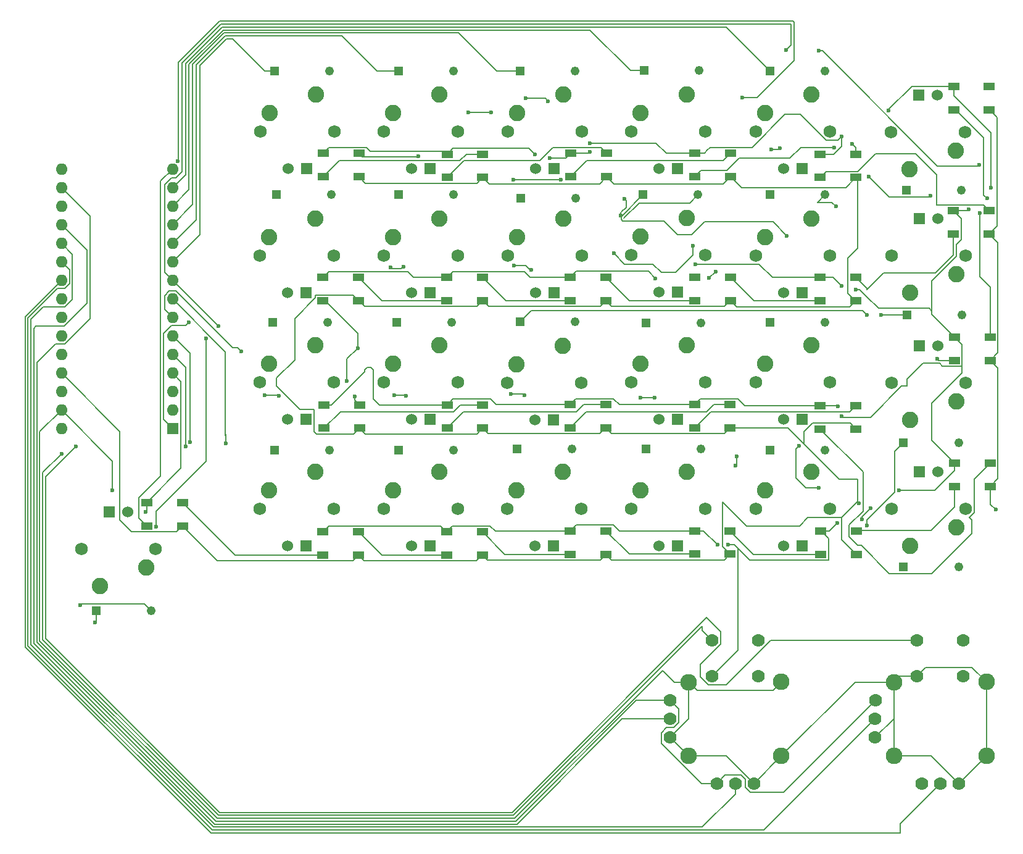
<source format=gbr>
%TF.GenerationSoftware,KiCad,Pcbnew,9.0.2*%
%TF.CreationDate,2025-06-30T11:43:15-04:00*%
%TF.ProjectId,PCB,5043422e-6b69-4636-9164-5f7063625858,rev?*%
%TF.SameCoordinates,Original*%
%TF.FileFunction,Copper,L1,Top*%
%TF.FilePolarity,Positive*%
%FSLAX46Y46*%
G04 Gerber Fmt 4.6, Leading zero omitted, Abs format (unit mm)*
G04 Created by KiCad (PCBNEW 9.0.2) date 2025-06-30 11:43:15*
%MOMM*%
%LPD*%
G01*
G04 APERTURE LIST*
%TA.AperFunction,SMDPad,CuDef*%
%ADD10R,1.500000X1.000000*%
%TD*%
%TA.AperFunction,ComponentPad*%
%ADD11C,1.238000*%
%TD*%
%TA.AperFunction,ComponentPad*%
%ADD12R,1.238000X1.238000*%
%TD*%
%TA.AperFunction,ComponentPad*%
%ADD13C,1.778000*%
%TD*%
%TA.AperFunction,ComponentPad*%
%ADD14C,2.286000*%
%TD*%
%TA.AperFunction,ComponentPad*%
%ADD15R,1.600000X1.600000*%
%TD*%
%TA.AperFunction,ComponentPad*%
%ADD16O,1.600000X1.600000*%
%TD*%
%TA.AperFunction,WasherPad*%
%ADD17C,1.750000*%
%TD*%
%TA.AperFunction,ComponentPad*%
%ADD18C,2.250000*%
%TD*%
%TA.AperFunction,ComponentPad*%
%ADD19R,1.524000X1.524000*%
%TD*%
%TA.AperFunction,ComponentPad*%
%ADD20C,1.524000*%
%TD*%
%TA.AperFunction,ViaPad*%
%ADD21C,0.600000*%
%TD*%
%TA.AperFunction,Conductor*%
%ADD22C,0.200000*%
%TD*%
G04 APERTURE END LIST*
D10*
%TO.P,D41,1,VSS*%
%TO.N,GND*%
X131300000Y-66325000D03*
%TO.P,D41,2,DIN*%
%TO.N,Net-(D41-DIN)*%
X131300000Y-69525000D03*
%TO.P,D41,3,VDD*%
%TO.N,+5V*%
X136200000Y-69525000D03*
%TO.P,D41,4,DOUT*%
%TO.N,Net-(D40-DIN)*%
X136200000Y-66325000D03*
%TD*%
D11*
%TO.P,D5,A*%
%TO.N,Net-(D5-PadA)*%
X73768500Y-112000000D03*
D12*
%TO.P,D5,K*%
%TO.N,Row 1*%
X66231500Y-112000000D03*
%TD*%
D11*
%TO.P,D3,A*%
%TO.N,Net-(D3-PadA)*%
X98037000Y-72500000D03*
D12*
%TO.P,D3,K*%
%TO.N,Row 1*%
X90500000Y-72500000D03*
%TD*%
D11*
%TO.P,D1,A*%
%TO.N,Net-(D1-PadA)*%
X98268500Y-38000000D03*
D12*
%TO.P,D1,K*%
%TO.N,Row 1*%
X90731500Y-38000000D03*
%TD*%
D11*
%TO.P,D2,A*%
%TO.N,Net-(D2-PadA)*%
X98537000Y-55000000D03*
D12*
%TO.P,D2,K*%
%TO.N,Row 1*%
X91000000Y-55000000D03*
%TD*%
D11*
%TO.P,D18,A*%
%TO.N,Net-(D18-PadA)*%
X149218500Y-72550000D03*
D12*
%TO.P,D18,K*%
%TO.N,Row 4*%
X141681500Y-72550000D03*
%TD*%
D11*
%TO.P,D14,A*%
%TO.N,Net-(D14-PadA)*%
X131513500Y-89874000D03*
D12*
%TO.P,D14,K*%
%TO.N,Row 3*%
X123976500Y-89874000D03*
%TD*%
D10*
%TO.P,D33,1,VSS*%
%TO.N,GND*%
X165600000Y-83900000D03*
%TO.P,D33,2,DIN*%
%TO.N,Net-(D32-DOUT)*%
X165600000Y-87100000D03*
%TO.P,D33,3,VDD*%
%TO.N,+5V*%
X170500000Y-87100000D03*
%TO.P,D33,4,DOUT*%
%TO.N,Net-(D33-DOUT)*%
X170500000Y-83900000D03*
%TD*%
%TO.P,D31,1,VSS*%
%TO.N,GND*%
X165700000Y-101100000D03*
%TO.P,D31,2,DIN*%
%TO.N,Net-(D30-DOUT)*%
X165700000Y-104300000D03*
%TO.P,D31,3,VDD*%
%TO.N,+5V*%
X170600000Y-104300000D03*
%TO.P,D31,4,DOUT*%
%TO.N,Net-(D31-DOUT)*%
X170600000Y-101100000D03*
%TD*%
D13*
%TO.P,U1,B1A,SEL+*%
%TO.N,SEL1*%
X150755400Y-116066500D03*
%TO.P,U1,B1B*%
%TO.N,N/C*%
X157105400Y-116086300D03*
%TO.P,U1,B2A,SEL-*%
%TO.N,GND*%
X150755400Y-121006500D03*
%TO.P,U1,B2B*%
%TO.N,N/C*%
X157115400Y-121026500D03*
%TO.P,U1,H1,H+*%
%TO.N,+3V3*%
X151405400Y-135756500D03*
%TO.P,U1,H2,H*%
%TO.N,H1*%
X153945400Y-135776500D03*
%TO.P,U1,H3,H-*%
%TO.N,GND*%
X156485400Y-135756500D03*
D14*
%TO.P,U1,S1,SHIELD*%
X147580400Y-121816500D03*
%TO.P,U1,S2,SHIELD*%
X147580400Y-131946500D03*
%TO.P,U1,S3,SHIELD*%
X160280400Y-131961300D03*
%TO.P,U1,S4,SHIELD*%
X160280400Y-121801300D03*
D13*
%TO.P,U1,V1,V+*%
%TO.N,+3V3*%
X145040400Y-124341300D03*
%TO.P,U1,V2,V*%
%TO.N,V1*%
X145025400Y-126866500D03*
%TO.P,U1,V3,V-*%
%TO.N,GND*%
X145025400Y-129406500D03*
%TD*%
D15*
%TO.P,A1,1,D1/TX*%
%TO.N,Column 2*%
X76740000Y-87060000D03*
D16*
%TO.P,A1,2,D0/RX*%
%TO.N,Column 1*%
X76740000Y-84520000D03*
%TO.P,A1,3,~{RESET}*%
%TO.N,unconnected-(A1-~{RESET}-Pad3)*%
X76740000Y-81980000D03*
%TO.P,A1,4,GND*%
%TO.N,GND*%
X76740000Y-79440000D03*
%TO.P,A1,5,D2*%
%TO.N,SEL1*%
X76740000Y-76900000D03*
%TO.P,A1,6,D3*%
%TO.N,SEL2*%
X76740000Y-74360000D03*
%TO.P,A1,7,D4*%
%TO.N,Column 3*%
X76740000Y-71820000D03*
%TO.P,A1,8,D5*%
%TO.N,Column 4*%
X76740000Y-69280000D03*
%TO.P,A1,9,D6*%
%TO.N,Column 5*%
X76740000Y-66740000D03*
%TO.P,A1,10,D7*%
%TO.N,Row 1*%
X76740000Y-64200000D03*
%TO.P,A1,11,D8*%
%TO.N,Row 2*%
X76740000Y-61660000D03*
%TO.P,A1,12,D9*%
%TO.N,Row 3*%
X76740000Y-59120000D03*
%TO.P,A1,13,D10/CS*%
%TO.N,Row 4*%
X76740000Y-56580000D03*
%TO.P,A1,14,D11/COPI*%
%TO.N,Row 5*%
X76740000Y-54040000D03*
%TO.P,A1,15,D12/CIPO*%
%TO.N,ARGB*%
X76740000Y-51500000D03*
%TO.P,A1,16,D13/SCK*%
%TO.N,unconnected-(A1-D13{slash}SCK-Pad16)*%
X61500000Y-51500000D03*
%TO.P,A1,17,3V3*%
%TO.N,+3V3*%
X61500000Y-54040000D03*
%TO.P,A1,18,B0*%
%TO.N,unconnected-(A1-B0-Pad18)*%
X61500000Y-56580000D03*
%TO.P,A1,19,A0*%
%TO.N,V1*%
X61500000Y-59120000D03*
%TO.P,A1,20,A1*%
%TO.N,H1*%
X61500000Y-61660000D03*
%TO.P,A1,21,A2*%
%TO.N,V2*%
X61500000Y-64200000D03*
%TO.P,A1,22,A3*%
%TO.N,H2*%
X61500000Y-66740000D03*
%TO.P,A1,23,SDA/A4*%
%TO.N,unconnected-(A1-SDA{slash}A4-Pad23)*%
X61500000Y-69280000D03*
%TO.P,A1,24,SCL/A5*%
%TO.N,unconnected-(A1-SCL{slash}A5-Pad24)*%
X61500000Y-71820000D03*
%TO.P,A1,25,A6*%
%TO.N,unconnected-(A1-A6-Pad25)*%
X61500000Y-74360000D03*
%TO.P,A1,26,A7*%
%TO.N,unconnected-(A1-A7-Pad26)*%
X61500000Y-76900000D03*
%TO.P,A1,27,VUSB/5V*%
%TO.N,+5V*%
X61500000Y-79440000D03*
%TO.P,A1,28,B1*%
%TO.N,unconnected-(A1-B1-Pad28)*%
X61500000Y-81980000D03*
%TO.P,A1,29,GND*%
%TO.N,GND*%
X61500000Y-84520000D03*
%TO.P,A1,30,VIN*%
%TO.N,unconnected-(A1-VIN-Pad30)*%
X61500000Y-87060000D03*
%TD*%
D10*
%TO.P,D35,1,VSS*%
%TO.N,GND*%
X131275000Y-83750000D03*
%TO.P,D35,2,DIN*%
%TO.N,Net-(D34-DOUT)*%
X131275000Y-86950000D03*
%TO.P,D35,3,VDD*%
%TO.N,+5V*%
X136175000Y-86950000D03*
%TO.P,D35,4,DOUT*%
%TO.N,Net-(D35-DOUT)*%
X136175000Y-83750000D03*
%TD*%
D11*
%TO.P,D4,A*%
%TO.N,Net-(D4-PadA)*%
X98268500Y-90000000D03*
D12*
%TO.P,D4,K*%
%TO.N,Row 1*%
X90731500Y-90000000D03*
%TD*%
D11*
%TO.P,D8,A*%
%TO.N,Net-(D8-PadA)*%
X115000000Y-72500000D03*
D12*
%TO.P,D8,K*%
%TO.N,Row 2*%
X107463000Y-72500000D03*
%TD*%
D11*
%TO.P,D13,A*%
%TO.N,Net-(D13-PadA)*%
X131968500Y-72400000D03*
D12*
%TO.P,D13,K*%
%TO.N,Row 3*%
X124431500Y-72400000D03*
%TD*%
D10*
%TO.P,D34,1,VSS*%
%TO.N,GND*%
X148350000Y-83750000D03*
%TO.P,D34,2,DIN*%
%TO.N,Net-(D33-DOUT)*%
X148350000Y-86950000D03*
%TO.P,D34,3,VDD*%
%TO.N,+5V*%
X153250000Y-86950000D03*
%TO.P,D34,4,DOUT*%
%TO.N,Net-(D34-DOUT)*%
X153250000Y-83750000D03*
%TD*%
%TO.P,D46,1,VSS*%
%TO.N,GND*%
X131400000Y-49325000D03*
%TO.P,D46,2,DIN*%
%TO.N,Net-(D45-DOUT)*%
X131400000Y-52525000D03*
%TO.P,D46,3,VDD*%
%TO.N,+5V*%
X136300000Y-52525000D03*
%TO.P,D46,4,DOUT*%
%TO.N,Net-(D46-DOUT)*%
X136300000Y-49325000D03*
%TD*%
%TO.P,D37,1,VSS*%
%TO.N,GND*%
X97500000Y-83800000D03*
%TO.P,D37,2,DIN*%
%TO.N,Net-(D36-DOUT)*%
X97500000Y-87000000D03*
%TO.P,D37,3,VDD*%
%TO.N,+5V*%
X102400000Y-87000000D03*
%TO.P,D37,4,DOUT*%
%TO.N,Net-(D37-DOUT)*%
X102400000Y-83800000D03*
%TD*%
%TO.P,D40,1,VSS*%
%TO.N,GND*%
X148375000Y-66300000D03*
%TO.P,D40,2,DIN*%
%TO.N,Net-(D40-DIN)*%
X148375000Y-69500000D03*
%TO.P,D40,3,VDD*%
%TO.N,+5V*%
X153275000Y-69500000D03*
%TO.P,D40,4,DOUT*%
%TO.N,Net-(D39-DIN)*%
X153275000Y-66300000D03*
%TD*%
D11*
%TO.P,D10,A*%
%TO.N,Net-(D10-PadA)*%
X115268500Y-38000000D03*
D12*
%TO.P,D10,K*%
%TO.N,Row 2*%
X107731500Y-38000000D03*
%TD*%
D10*
%TO.P,D50,1,VSS*%
%TO.N,GND*%
X183918500Y-40125000D03*
%TO.P,D50,2,DIN*%
%TO.N,Net-(D49-DOUT)*%
X183918500Y-43325000D03*
%TO.P,D50,3,VDD*%
%TO.N,+5V*%
X188818500Y-43325000D03*
%TO.P,D50,4,DOUT*%
%TO.N,unconnected-(D50-DOUT-Pad4)*%
X188818500Y-40125000D03*
%TD*%
D11*
%TO.P,D23,A*%
%TO.N,Net-(D23-PadA)*%
X166268500Y-72500000D03*
D12*
%TO.P,D23,K*%
%TO.N,Row 5*%
X158731500Y-72500000D03*
%TD*%
D10*
%TO.P,D38,1,VSS*%
%TO.N,GND*%
X183875000Y-57175000D03*
%TO.P,D38,2,DIN*%
%TO.N,Net-(D38-DIN)*%
X183875000Y-60375000D03*
%TO.P,D38,3,VDD*%
%TO.N,+5V*%
X188775000Y-60375000D03*
%TO.P,D38,4,DOUT*%
%TO.N,Net-(D38-DOUT)*%
X188775000Y-57175000D03*
%TD*%
%TO.P,D47,1,VSS*%
%TO.N,GND*%
X114400000Y-49425000D03*
%TO.P,D47,2,DIN*%
%TO.N,Net-(D46-DOUT)*%
X114400000Y-52625000D03*
%TO.P,D47,3,VDD*%
%TO.N,+5V*%
X119300000Y-52625000D03*
%TO.P,D47,4,DOUT*%
%TO.N,Net-(D47-DOUT)*%
X119300000Y-49425000D03*
%TD*%
D11*
%TO.P,D19,A*%
%TO.N,Net-(D19-PadA)*%
X149208000Y-89856000D03*
D12*
%TO.P,D19,K*%
%TO.N,Row 4*%
X141671000Y-89856000D03*
%TD*%
D10*
%TO.P,D45,1,VSS*%
%TO.N,GND*%
X148400000Y-49300000D03*
%TO.P,D45,2,DIN*%
%TO.N,Net-(D44-DOUT)*%
X148400000Y-52500000D03*
%TO.P,D45,3,VDD*%
%TO.N,+5V*%
X153300000Y-52500000D03*
%TO.P,D45,4,DOUT*%
%TO.N,Net-(D45-DOUT)*%
X153300000Y-49300000D03*
%TD*%
D11*
%TO.P,D20,A*%
%TO.N,Net-(D20-PadA)*%
X184587000Y-89000000D03*
D12*
%TO.P,D20,K*%
%TO.N,Row 4*%
X177050000Y-89000000D03*
%TD*%
D11*
%TO.P,D21,A*%
%TO.N,Net-(D21-PadA)*%
X184587000Y-106000000D03*
D12*
%TO.P,D21,K*%
%TO.N,Row 5*%
X177050000Y-106000000D03*
%TD*%
D10*
%TO.P,D29,1,VSS*%
%TO.N,GND*%
X131300000Y-101100000D03*
%TO.P,D29,2,DIN*%
%TO.N,Net-(D28-DOUT)*%
X131300000Y-104300000D03*
%TO.P,D29,3,VDD*%
%TO.N,+5V*%
X136200000Y-104300000D03*
%TO.P,D29,4,DOUT*%
%TO.N,Net-(D29-DOUT)*%
X136200000Y-101100000D03*
%TD*%
D11*
%TO.P,D12,A*%
%TO.N,Net-(D12-PadA)*%
X132037250Y-55500000D03*
D12*
%TO.P,D12,K*%
%TO.N,Row 3*%
X124500250Y-55500000D03*
%TD*%
D11*
%TO.P,D24,A*%
%TO.N,Net-(D24-PadA)*%
X166268500Y-55000000D03*
D12*
%TO.P,D24,K*%
%TO.N,Row 5*%
X158731500Y-55000000D03*
%TD*%
D10*
%TO.P,D32,1,VSS*%
%TO.N,GND*%
X184018500Y-91800000D03*
%TO.P,D32,2,DIN*%
%TO.N,Net-(D31-DOUT)*%
X184018500Y-95000000D03*
%TO.P,D32,3,VDD*%
%TO.N,+5V*%
X188918500Y-95000000D03*
%TO.P,D32,4,DOUT*%
%TO.N,Net-(D32-DOUT)*%
X188918500Y-91800000D03*
%TD*%
%TO.P,D26,1,VSS*%
%TO.N,GND*%
X73200000Y-97200000D03*
%TO.P,D26,2,DIN*%
%TO.N,ARGB*%
X73200000Y-100400000D03*
%TO.P,D26,3,VDD*%
%TO.N,+5V*%
X78100000Y-100400000D03*
%TO.P,D26,4,DOUT*%
%TO.N,Net-(D26-DOUT)*%
X78100000Y-97200000D03*
%TD*%
%TO.P,D39,1,VSS*%
%TO.N,GND*%
X165575000Y-66350000D03*
%TO.P,D39,2,DIN*%
%TO.N,Net-(D39-DIN)*%
X165575000Y-69550000D03*
%TO.P,D39,3,VDD*%
%TO.N,+5V*%
X170475000Y-69550000D03*
%TO.P,D39,4,DOUT*%
%TO.N,Net-(D38-DIN)*%
X170475000Y-66350000D03*
%TD*%
%TO.P,D28,1,VSS*%
%TO.N,GND*%
X114350000Y-101200000D03*
%TO.P,D28,2,DIN*%
%TO.N,Net-(D27-DOUT)*%
X114350000Y-104400000D03*
%TO.P,D28,3,VDD*%
%TO.N,+5V*%
X119250000Y-104400000D03*
%TO.P,D28,4,DOUT*%
%TO.N,Net-(D28-DOUT)*%
X119250000Y-101200000D03*
%TD*%
%TO.P,D42,1,VSS*%
%TO.N,GND*%
X114375000Y-66325000D03*
%TO.P,D42,2,DIN*%
%TO.N,Net-(D42-DIN)*%
X114375000Y-69525000D03*
%TO.P,D42,3,VDD*%
%TO.N,+5V*%
X119275000Y-69525000D03*
%TO.P,D42,4,DOUT*%
%TO.N,Net-(D41-DIN)*%
X119275000Y-66325000D03*
%TD*%
%TO.P,D44,1,VSS*%
%TO.N,GND*%
X165600000Y-49425000D03*
%TO.P,D44,2,DIN*%
%TO.N,Net-(D38-DOUT)*%
X165600000Y-52625000D03*
%TO.P,D44,3,VDD*%
%TO.N,+5V*%
X170500000Y-52625000D03*
%TO.P,D44,4,DOUT*%
%TO.N,Net-(D44-DOUT)*%
X170500000Y-49425000D03*
%TD*%
D13*
%TO.P,U2,B1A,SEL+*%
%TO.N,SEL2*%
X178875000Y-116066500D03*
%TO.P,U2,B1B*%
%TO.N,N/C*%
X185225000Y-116086300D03*
%TO.P,U2,B2A,SEL-*%
%TO.N,GND*%
X178875000Y-121006500D03*
%TO.P,U2,B2B*%
%TO.N,N/C*%
X185235000Y-121026500D03*
%TO.P,U2,H1,H+*%
%TO.N,+3V3*%
X179525000Y-135756500D03*
%TO.P,U2,H2,H*%
%TO.N,H2*%
X182065000Y-135776500D03*
%TO.P,U2,H3,H-*%
%TO.N,GND*%
X184605000Y-135756500D03*
D14*
%TO.P,U2,S1,SHIELD*%
X175700000Y-121816500D03*
%TO.P,U2,S2,SHIELD*%
X175700000Y-131946500D03*
%TO.P,U2,S3,SHIELD*%
X188400000Y-131961300D03*
%TO.P,U2,S4,SHIELD*%
X188400000Y-121801300D03*
D13*
%TO.P,U2,V1,V+*%
%TO.N,+3V3*%
X173160000Y-124341300D03*
%TO.P,U2,V2,V*%
%TO.N,V2*%
X173145000Y-126866500D03*
%TO.P,U2,V3,V-*%
%TO.N,GND*%
X173145000Y-129406500D03*
%TD*%
D11*
%TO.P,D11,A*%
%TO.N,Net-(D11-PadA)*%
X132000000Y-38000000D03*
D12*
%TO.P,D11,K*%
%TO.N,Row 3*%
X124463000Y-38000000D03*
%TD*%
D10*
%TO.P,D43,1,VSS*%
%TO.N,GND*%
X97375000Y-66325000D03*
%TO.P,D43,2,DIN*%
%TO.N,Net-(D37-DOUT)*%
X97375000Y-69525000D03*
%TO.P,D43,3,VDD*%
%TO.N,+5V*%
X102275000Y-69525000D03*
%TO.P,D43,4,DOUT*%
%TO.N,Net-(D42-DIN)*%
X102275000Y-66325000D03*
%TD*%
D11*
%TO.P,D15,A*%
%TO.N,Net-(D15-PadA)*%
X185037000Y-71500000D03*
D12*
%TO.P,D15,K*%
%TO.N,Row 3*%
X177500000Y-71500000D03*
%TD*%
D10*
%TO.P,D30,1,VSS*%
%TO.N,GND*%
X148350000Y-101075000D03*
%TO.P,D30,2,DIN*%
%TO.N,Net-(D29-DOUT)*%
X148350000Y-104275000D03*
%TO.P,D30,3,VDD*%
%TO.N,+5V*%
X153250000Y-104275000D03*
%TO.P,D30,4,DOUT*%
%TO.N,Net-(D30-DOUT)*%
X153250000Y-101075000D03*
%TD*%
D11*
%TO.P,D9,A*%
%TO.N,Net-(D9-PadA)*%
X115268500Y-55000000D03*
D12*
%TO.P,D9,K*%
%TO.N,Row 2*%
X107731500Y-55000000D03*
%TD*%
D11*
%TO.P,D7,A*%
%TO.N,Net-(D7-PadA)*%
X115268500Y-90000000D03*
D12*
%TO.P,D7,K*%
%TO.N,Row 2*%
X107731500Y-90000000D03*
%TD*%
D10*
%TO.P,D48,1,VSS*%
%TO.N,GND*%
X97400000Y-49325000D03*
%TO.P,D48,2,DIN*%
%TO.N,Net-(D47-DOUT)*%
X97400000Y-52525000D03*
%TO.P,D48,3,VDD*%
%TO.N,+5V*%
X102300000Y-52525000D03*
%TO.P,D48,4,DOUT*%
%TO.N,Net-(D48-DOUT)*%
X102300000Y-49325000D03*
%TD*%
%TO.P,D27,1,VSS*%
%TO.N,GND*%
X97350000Y-101200000D03*
%TO.P,D27,2,DIN*%
%TO.N,Net-(D26-DOUT)*%
X97350000Y-104400000D03*
%TO.P,D27,3,VDD*%
%TO.N,+5V*%
X102250000Y-104400000D03*
%TO.P,D27,4,DOUT*%
%TO.N,Net-(D27-DOUT)*%
X102250000Y-101200000D03*
%TD*%
%TO.P,D36,1,VSS*%
%TO.N,GND*%
X114400000Y-83800000D03*
%TO.P,D36,2,DIN*%
%TO.N,Net-(D35-DOUT)*%
X114400000Y-87000000D03*
%TO.P,D36,3,VDD*%
%TO.N,+5V*%
X119300000Y-87000000D03*
%TO.P,D36,4,DOUT*%
%TO.N,Net-(D36-DOUT)*%
X119300000Y-83800000D03*
%TD*%
%TO.P,D49,1,VSS*%
%TO.N,GND*%
X184018500Y-74500000D03*
%TO.P,D49,2,DIN*%
%TO.N,Net-(D48-DOUT)*%
X184018500Y-77700000D03*
%TO.P,D49,3,VDD*%
%TO.N,+5V*%
X188918500Y-77700000D03*
%TO.P,D49,4,DOUT*%
%TO.N,Net-(D49-DOUT)*%
X188918500Y-74500000D03*
%TD*%
D11*
%TO.P,D6,A*%
%TO.N,Net-(D6-PadA)*%
X184955800Y-54400000D03*
D12*
%TO.P,D6,K*%
%TO.N,Row 2*%
X177418800Y-54400000D03*
%TD*%
D11*
%TO.P,D17,A*%
%TO.N,Net-(D17-PadA)*%
X148837300Y-55000000D03*
D12*
%TO.P,D17,K*%
%TO.N,Row 4*%
X141300300Y-55000000D03*
%TD*%
D11*
%TO.P,D25,A*%
%TO.N,Net-(D25-PadA)*%
X166268500Y-38000000D03*
D12*
%TO.P,D25,K*%
%TO.N,Row 5*%
X158731500Y-38000000D03*
%TD*%
D11*
%TO.P,D16,A*%
%TO.N,Net-(D16-PadA)*%
X148987000Y-37975000D03*
D12*
%TO.P,D16,K*%
%TO.N,Row 4*%
X141450000Y-37975000D03*
%TD*%
D11*
%TO.P,D22,A*%
%TO.N,Net-(D22-PadA)*%
X166268500Y-90000000D03*
D12*
%TO.P,D22,K*%
%TO.N,Row 5*%
X158731500Y-90000000D03*
%TD*%
D17*
%TO.P,SW13,*%
%TO.N,*%
X149850000Y-46295000D03*
X139690000Y-46295000D03*
D18*
%TO.P,SW13,1,1*%
%TO.N,Column 1*%
X140960000Y-43755000D03*
%TO.P,SW13,2,2*%
%TO.N,Net-(D16-PadA)*%
X147310000Y-41215000D03*
D19*
%TO.P,SW13,3*%
%TO.N,N/C*%
X146040000Y-51375000D03*
D20*
%TO.P,SW13,4*%
X143500000Y-51375000D03*
%TD*%
D17*
%TO.P,SW9,*%
%TO.N,*%
X115895000Y-80724000D03*
X105735000Y-80724000D03*
D18*
%TO.P,SW9,1,1*%
%TO.N,Column 3*%
X107005000Y-78184000D03*
%TO.P,SW9,2,2*%
%TO.N,Net-(D8-PadA)*%
X113355000Y-75644000D03*
D19*
%TO.P,SW9,3*%
%TO.N,N/C*%
X112085000Y-85804000D03*
D20*
%TO.P,SW9,4*%
X109545000Y-85804000D03*
%TD*%
D17*
%TO.P,SW24,*%
%TO.N,*%
X166895000Y-80724000D03*
X156735000Y-80724000D03*
D18*
%TO.P,SW24,1,1*%
%TO.N,Column 3*%
X158005000Y-78184000D03*
%TO.P,SW24,2,2*%
%TO.N,Net-(D23-PadA)*%
X164355000Y-75644000D03*
D19*
%TO.P,SW24,3*%
%TO.N,N/C*%
X163085000Y-85804000D03*
D20*
%TO.P,SW24,4*%
X160545000Y-85804000D03*
%TD*%
D17*
%TO.P,SW7,*%
%TO.N,*%
X115900000Y-46300000D03*
X105740000Y-46300000D03*
D18*
%TO.P,SW7,1,1*%
%TO.N,Column 1*%
X107010000Y-43760000D03*
%TO.P,SW7,2,2*%
%TO.N,Net-(D10-PadA)*%
X113360000Y-41220000D03*
D19*
%TO.P,SW7,3*%
%TO.N,N/C*%
X112090000Y-51380000D03*
D20*
%TO.P,SW7,4*%
X109550000Y-51380000D03*
%TD*%
D17*
%TO.P,SW19,*%
%TO.N,*%
X149834500Y-98080000D03*
X139674500Y-98080000D03*
D18*
%TO.P,SW19,1,1*%
%TO.N,Column 4*%
X140944500Y-95540000D03*
%TO.P,SW19,2,2*%
%TO.N,Net-(D19-PadA)*%
X147294500Y-93000000D03*
D19*
%TO.P,SW19,3*%
%TO.N,N/C*%
X146024500Y-103160000D03*
D20*
%TO.P,SW19,4*%
X143484500Y-103160000D03*
%TD*%
D17*
%TO.P,SW3,*%
%TO.N,*%
X98900000Y-63320000D03*
X88740000Y-63320000D03*
D18*
%TO.P,SW3,1,1*%
%TO.N,Column 2*%
X90010000Y-60780000D03*
%TO.P,SW3,2,2*%
%TO.N,Net-(D2-PadA)*%
X96360000Y-58240000D03*
D19*
%TO.P,SW3,3*%
%TO.N,N/C*%
X95090000Y-68400000D03*
D20*
%TO.P,SW3,4*%
X92550000Y-68400000D03*
%TD*%
D17*
%TO.P,SW11,*%
%TO.N,*%
X175308500Y-46405000D03*
X185468500Y-46405000D03*
D18*
%TO.P,SW11,1,1*%
%TO.N,Column 5*%
X184198500Y-48945000D03*
%TO.P,SW11,2,2*%
%TO.N,Net-(D6-PadA)*%
X177848500Y-51485000D03*
D19*
%TO.P,SW11,3*%
%TO.N,N/C*%
X179118500Y-41325000D03*
D20*
%TO.P,SW11,4*%
X181658500Y-41325000D03*
%TD*%
D17*
%TO.P,SW17,*%
%TO.N,*%
X149850000Y-80725000D03*
X139690000Y-80725000D03*
D18*
%TO.P,SW17,1,1*%
%TO.N,Column 3*%
X140960000Y-78185000D03*
%TO.P,SW17,2,2*%
%TO.N,Net-(D18-PadA)*%
X147310000Y-75645000D03*
D19*
%TO.P,SW17,3*%
%TO.N,N/C*%
X146040000Y-85805000D03*
D20*
%TO.P,SW17,4*%
X143500000Y-85805000D03*
%TD*%
D17*
%TO.P,SW26,*%
%TO.N,*%
X175398500Y-98060000D03*
X185558500Y-98060000D03*
D18*
%TO.P,SW26,1,1*%
%TO.N,Column 5*%
X184288500Y-100600000D03*
%TO.P,SW26,2,2*%
%TO.N,Net-(D21-PadA)*%
X177938500Y-103140000D03*
D19*
%TO.P,SW26,3*%
%TO.N,N/C*%
X179208500Y-92980000D03*
D20*
%TO.P,SW26,4*%
X181748500Y-92980000D03*
%TD*%
D17*
%TO.P,SW2,*%
%TO.N,*%
X98905000Y-46300000D03*
X88745000Y-46300000D03*
D18*
%TO.P,SW2,1,1*%
%TO.N,Column 1*%
X90015000Y-43760000D03*
%TO.P,SW2,2,2*%
%TO.N,Net-(D1-PadA)*%
X96365000Y-41220000D03*
D19*
%TO.P,SW2,3*%
%TO.N,N/C*%
X95095000Y-51380000D03*
D20*
%TO.P,SW2,4*%
X92555000Y-51380000D03*
%TD*%
D17*
%TO.P,SW12,*%
%TO.N,*%
X132900000Y-46300000D03*
X122740000Y-46300000D03*
D18*
%TO.P,SW12,1,1*%
%TO.N,Column 1*%
X124010000Y-43760000D03*
%TO.P,SW12,2,2*%
%TO.N,Net-(D11-PadA)*%
X130360000Y-41220000D03*
D19*
%TO.P,SW12,3*%
%TO.N,N/C*%
X129090000Y-51380000D03*
D20*
%TO.P,SW12,4*%
X126550000Y-51380000D03*
%TD*%
D17*
%TO.P,SW14,*%
%TO.N,*%
X132920000Y-63330000D03*
X122760000Y-63330000D03*
D18*
%TO.P,SW14,1,1*%
%TO.N,Column 2*%
X124030000Y-60790000D03*
%TO.P,SW14,2,2*%
%TO.N,Net-(D12-PadA)*%
X130380000Y-58250000D03*
D19*
%TO.P,SW14,3*%
%TO.N,N/C*%
X129110000Y-68410000D03*
D20*
%TO.P,SW14,4*%
X126570000Y-68410000D03*
%TD*%
D17*
%TO.P,SW5,*%
%TO.N,*%
X98895000Y-98058000D03*
X88735000Y-98058000D03*
D18*
%TO.P,SW5,1,1*%
%TO.N,Column 4*%
X90005000Y-95518000D03*
%TO.P,SW5,2,2*%
%TO.N,Net-(D4-PadA)*%
X96355000Y-92978000D03*
D19*
%TO.P,SW5,3*%
%TO.N,N/C*%
X95085000Y-103138000D03*
D20*
%TO.P,SW5,4*%
X92545000Y-103138000D03*
%TD*%
D17*
%TO.P,SW6,*%
%TO.N,*%
X64220000Y-103600000D03*
X74380000Y-103600000D03*
D18*
%TO.P,SW6,1,1*%
%TO.N,Column 5*%
X73110000Y-106140000D03*
%TO.P,SW6,2,2*%
%TO.N,Net-(D5-PadA)*%
X66760000Y-108680000D03*
D19*
%TO.P,SW6,3*%
%TO.N,N/C*%
X68030000Y-98520000D03*
D20*
%TO.P,SW6,4*%
X70570000Y-98520000D03*
%TD*%
D17*
%TO.P,SW22,*%
%TO.N,*%
X166900000Y-46300000D03*
X156740000Y-46300000D03*
D18*
%TO.P,SW22,1,1*%
%TO.N,Column 1*%
X158010000Y-43760000D03*
%TO.P,SW22,2,2*%
%TO.N,Net-(D25-PadA)*%
X164360000Y-41220000D03*
D19*
%TO.P,SW22,3*%
%TO.N,N/C*%
X163090000Y-51380000D03*
D20*
%TO.P,SW22,4*%
X160550000Y-51380000D03*
%TD*%
D17*
%TO.P,SW4,*%
%TO.N,*%
X98895000Y-80724000D03*
X88735000Y-80724000D03*
D18*
%TO.P,SW4,1,1*%
%TO.N,Column 3*%
X90005000Y-78184000D03*
%TO.P,SW4,2,2*%
%TO.N,Net-(D3-PadA)*%
X96355000Y-75644000D03*
D19*
%TO.P,SW4,3*%
%TO.N,N/C*%
X95085000Y-85804000D03*
D20*
%TO.P,SW4,4*%
X92545000Y-85804000D03*
%TD*%
D17*
%TO.P,SW25,*%
%TO.N,*%
X166895000Y-98058000D03*
X156735000Y-98058000D03*
D18*
%TO.P,SW25,1,1*%
%TO.N,Column 4*%
X158005000Y-95518000D03*
%TO.P,SW25,2,2*%
%TO.N,Net-(D22-PadA)*%
X164355000Y-92978000D03*
D19*
%TO.P,SW25,3*%
%TO.N,N/C*%
X163085000Y-103138000D03*
D20*
%TO.P,SW25,4*%
X160545000Y-103138000D03*
%TD*%
D17*
%TO.P,SW20,*%
%TO.N,*%
X175398500Y-63360000D03*
X185558500Y-63360000D03*
D18*
%TO.P,SW20,1,1*%
%TO.N,Column 5*%
X184288500Y-65900000D03*
%TO.P,SW20,2,2*%
%TO.N,Net-(D15-PadA)*%
X177938500Y-68440000D03*
D19*
%TO.P,SW20,3*%
%TO.N,N/C*%
X179208500Y-58280000D03*
D20*
%TO.P,SW20,4*%
X181748500Y-58280000D03*
%TD*%
D17*
%TO.P,SW23,*%
%TO.N,*%
X166900000Y-63320000D03*
X156740000Y-63320000D03*
D18*
%TO.P,SW23,1,1*%
%TO.N,Column 2*%
X158010000Y-60780000D03*
%TO.P,SW23,2,2*%
%TO.N,Net-(D24-PadA)*%
X164360000Y-58240000D03*
D19*
%TO.P,SW23,3*%
%TO.N,N/C*%
X163090000Y-68400000D03*
D20*
%TO.P,SW23,4*%
X160550000Y-68400000D03*
%TD*%
D17*
%TO.P,SW10,*%
%TO.N,*%
X115895000Y-98058000D03*
X105735000Y-98058000D03*
D18*
%TO.P,SW10,1,1*%
%TO.N,Column 4*%
X107005000Y-95518000D03*
%TO.P,SW10,2,2*%
%TO.N,Net-(D7-PadA)*%
X113355000Y-92978000D03*
D19*
%TO.P,SW10,3*%
%TO.N,N/C*%
X112085000Y-103138000D03*
D20*
%TO.P,SW10,4*%
X109545000Y-103138000D03*
%TD*%
D17*
%TO.P,SW21,*%
%TO.N,*%
X175368500Y-80760000D03*
X185528500Y-80760000D03*
D18*
%TO.P,SW21,1,1*%
%TO.N,Column 5*%
X184258500Y-83300000D03*
%TO.P,SW21,2,2*%
%TO.N,Net-(D20-PadA)*%
X177908500Y-85840000D03*
D19*
%TO.P,SW21,3*%
%TO.N,N/C*%
X179178500Y-75680000D03*
D20*
%TO.P,SW21,4*%
X181718500Y-75680000D03*
%TD*%
D17*
%TO.P,SW15,*%
%TO.N,*%
X149850000Y-63300000D03*
X139690000Y-63300000D03*
D18*
%TO.P,SW15,1,1*%
%TO.N,Column 2*%
X140960000Y-60760000D03*
%TO.P,SW15,2,2*%
%TO.N,Net-(D17-PadA)*%
X147310000Y-58220000D03*
D19*
%TO.P,SW15,3*%
%TO.N,N/C*%
X146040000Y-68380000D03*
D20*
%TO.P,SW15,4*%
X143500000Y-68380000D03*
%TD*%
D17*
%TO.P,SW18,*%
%TO.N,*%
X132834500Y-98080000D03*
X122674500Y-98080000D03*
D18*
%TO.P,SW18,1,1*%
%TO.N,Column 4*%
X123944500Y-95540000D03*
%TO.P,SW18,2,2*%
%TO.N,Net-(D14-PadA)*%
X130294500Y-93000000D03*
D19*
%TO.P,SW18,3*%
%TO.N,N/C*%
X129024500Y-103160000D03*
D20*
%TO.P,SW18,4*%
X126484500Y-103160000D03*
%TD*%
D17*
%TO.P,SW8,*%
%TO.N,*%
X115900000Y-63320000D03*
X105740000Y-63320000D03*
D18*
%TO.P,SW8,1,1*%
%TO.N,Column 2*%
X107010000Y-60780000D03*
%TO.P,SW8,2,2*%
%TO.N,Net-(D9-PadA)*%
X113360000Y-58240000D03*
D19*
%TO.P,SW8,3*%
%TO.N,N/C*%
X112090000Y-68400000D03*
D20*
%TO.P,SW8,4*%
X109550000Y-68400000D03*
%TD*%
D17*
%TO.P,SW16,*%
%TO.N,*%
X132850000Y-80750000D03*
X122690000Y-80750000D03*
D18*
%TO.P,SW16,1,1*%
%TO.N,Column 3*%
X123960000Y-78210000D03*
%TO.P,SW16,2,2*%
%TO.N,Net-(D13-PadA)*%
X130310000Y-75670000D03*
D19*
%TO.P,SW16,3*%
%TO.N,N/C*%
X129040000Y-85830000D03*
D20*
%TO.P,SW16,4*%
X126500000Y-85830000D03*
%TD*%
D21*
%TO.N,Column 4*%
X84040000Y-89050000D03*
%TO.N,Column 2*%
X123620000Y-64730000D03*
X79000000Y-72500000D03*
X137260000Y-63030000D03*
X106630000Y-64924000D03*
X125920000Y-65300000D03*
X148150000Y-62010000D03*
X108440000Y-64850000D03*
X141000000Y-60190000D03*
%TO.N,Column 3*%
X123200000Y-82340000D03*
X142930000Y-82830000D03*
X107131500Y-82460000D03*
X125010000Y-82440000D03*
X89370000Y-82440000D03*
X91331500Y-82580000D03*
X86170000Y-76510000D03*
X140900000Y-82830000D03*
X108750000Y-82550000D03*
%TO.N,Column 1*%
X128281332Y-42162654D03*
X117290000Y-43690000D03*
X77400000Y-50379999D03*
X125172488Y-41795801D03*
X120490000Y-43710000D03*
X154940000Y-41640000D03*
%TO.N,+5V*%
X189670000Y-98180000D03*
X170875000Y-97333031D03*
%TO.N,Row 4*%
X172040000Y-100330000D03*
X158878910Y-48760000D03*
X138740000Y-55570000D03*
X161024599Y-60610000D03*
X138201985Y-57857368D03*
X160078910Y-48640000D03*
%TO.N,GND*%
X171343498Y-99500000D03*
X167961000Y-99973942D03*
X168500000Y-67500000D03*
X73000000Y-98500000D03*
X176450000Y-95500000D03*
X128500000Y-50000000D03*
X170500000Y-68000000D03*
X172500000Y-98000000D03*
X168500000Y-85341000D03*
X134000000Y-47924000D03*
X186000000Y-57000000D03*
X189000000Y-54000000D03*
X134000000Y-49124000D03*
X148500000Y-64500000D03*
X126500000Y-49500000D03*
X168500000Y-47000000D03*
X148375000Y-66300000D03*
X68500000Y-95500000D03*
X143000000Y-66500000D03*
X175010614Y-43489386D03*
X168000000Y-84000000D03*
X153000000Y-103000000D03*
X151500000Y-103000000D03*
%TO.N,Row 1*%
X66100000Y-113660000D03*
%TO.N,Row 5*%
X150380000Y-66400000D03*
X151239236Y-65540764D03*
%TO.N,SEL1*%
X61500000Y-90500000D03*
X78500000Y-89500000D03*
%TO.N,SEL2*%
X63500000Y-89500000D03*
X79100000Y-88934313D03*
%TO.N,Column 5*%
X74500000Y-100500000D03*
X187454500Y-50870000D03*
X160950000Y-35160000D03*
X83000000Y-73000000D03*
X165370000Y-35230000D03*
X81305735Y-74694265D03*
%TO.N,Row 3*%
X174000000Y-71500000D03*
X172000000Y-71500000D03*
%TO.N,Net-(D37-DOUT)*%
X102125000Y-76050000D03*
X100660000Y-80500000D03*
X101780000Y-82650000D03*
%TO.N,Net-(D44-DOUT)*%
X170000000Y-48000000D03*
X167500000Y-48500000D03*
%TO.N,Net-(D48-DOUT)*%
X110500000Y-49717000D03*
X123500000Y-52900000D03*
X130000000Y-52900000D03*
X181640873Y-77501000D03*
%TO.N,Net-(D49-DOUT)*%
X188500000Y-55500000D03*
X187500000Y-57500000D03*
%TO.N,Net-(D5-PadA)*%
X64100000Y-111290000D03*
%TO.N,Net-(D6-PadA)*%
X172250000Y-52520000D03*
X180740000Y-55160000D03*
%TO.N,Net-(D19-PadA)*%
X153990000Y-92100000D03*
X154120000Y-90849000D03*
%TO.N,Net-(D24-PadA)*%
X167770000Y-56600000D03*
%TO.N,Net-(D22-PadA)*%
X165440000Y-95210000D03*
X162710000Y-89400000D03*
%TD*%
D22*
%TO.N,Column 4*%
X84040000Y-89050000D02*
X84040000Y-87880000D01*
X76740000Y-69280000D02*
X84000000Y-76540000D01*
X84000000Y-87840000D02*
X84000000Y-88000000D01*
X84000000Y-76540000D02*
X84000000Y-87840000D01*
X84040000Y-87880000D02*
X84000000Y-87840000D01*
%TO.N,Column 2*%
X123620000Y-64730000D02*
X125220000Y-64730000D01*
X78579000Y-72921000D02*
X79000000Y-72500000D01*
X108380000Y-64850000D02*
X108440000Y-64850000D01*
X148150000Y-63230801D02*
X145739711Y-65641090D01*
X76579000Y-72921000D02*
X78579000Y-72921000D01*
X76740000Y-87060000D02*
X75500000Y-85820000D01*
X75500000Y-74000000D02*
X76579000Y-72921000D01*
X108107000Y-65123000D02*
X108330000Y-64900000D01*
X75500000Y-85820000D02*
X75500000Y-74000000D01*
X108330000Y-64900000D02*
X108380000Y-64850000D01*
X106630000Y-64924000D02*
X106829000Y-65123000D01*
X125220000Y-64730000D02*
X125260000Y-64770000D01*
X125790000Y-65300000D02*
X125920000Y-65300000D01*
X145739711Y-65641090D02*
X143800289Y-65641090D01*
X125260000Y-64770000D02*
X125790000Y-65300000D01*
X142660199Y-64501000D02*
X138731000Y-64501000D01*
X138731000Y-64501000D02*
X137260000Y-63030000D01*
X148150000Y-62010000D02*
X148150000Y-63230801D01*
X143800289Y-65641090D02*
X142660199Y-64501000D01*
X106829000Y-65123000D02*
X108107000Y-65123000D01*
%TO.N,Column 3*%
X108660000Y-82460000D02*
X108750000Y-82550000D01*
X91110000Y-82440000D02*
X91250000Y-82580000D01*
X86040000Y-76390000D02*
X86160000Y-76510000D01*
X86160000Y-76510000D02*
X86170000Y-76510000D01*
X123200000Y-82340000D02*
X124910000Y-82340000D01*
X76740000Y-71820000D02*
X75639000Y-70719000D01*
X85000000Y-75982950D02*
X85632950Y-75982950D01*
X77196050Y-68179000D02*
X85000000Y-75982950D01*
X89370000Y-82440000D02*
X91110000Y-82440000D01*
X75639000Y-68823950D02*
X76283950Y-68179000D01*
X76283950Y-68179000D02*
X77196050Y-68179000D01*
X85632950Y-75982950D02*
X86040000Y-76390000D01*
X75639000Y-70719000D02*
X75639000Y-68823950D01*
X124910000Y-82340000D02*
X125010000Y-82440000D01*
X142450000Y-82830000D02*
X142930000Y-82830000D01*
X91250000Y-82580000D02*
X91331500Y-82580000D01*
X140900000Y-82830000D02*
X142450000Y-82830000D01*
X107131500Y-82460000D02*
X108660000Y-82460000D01*
%TO.N,+3V3*%
X151405400Y-135756500D02*
X152575400Y-134586500D01*
X154705485Y-134586500D02*
X155295400Y-135176415D01*
X155295400Y-136249415D02*
X155992485Y-136946500D01*
X65401000Y-57941000D02*
X61500000Y-54040000D01*
X65401000Y-72016050D02*
X65401000Y-57941000D01*
X152575400Y-134586500D02*
X154705485Y-134586500D01*
X144532485Y-128056500D02*
X145518315Y-128056500D01*
X60643000Y-75461000D02*
X61956050Y-75461000D01*
X155992485Y-136946500D02*
X160554800Y-136946500D01*
X160554800Y-136946500D02*
X173160000Y-124341300D01*
X143835400Y-130243625D02*
X143835400Y-128753585D01*
X146215400Y-127359415D02*
X146215400Y-125516300D01*
X145518315Y-128056500D02*
X146215400Y-127359415D01*
X123833900Y-140896000D02*
X82664400Y-140896000D01*
X140388600Y-124341300D02*
X123833900Y-140896000D01*
X61956050Y-75461000D02*
X65401000Y-72016050D01*
X145040400Y-124341300D02*
X140388600Y-124341300D01*
X58104000Y-78000000D02*
X60643000Y-75461000D01*
X149348275Y-135756500D02*
X143835400Y-130243625D01*
X151405400Y-135756500D02*
X149348275Y-135756500D01*
X82664400Y-140896000D02*
X58104000Y-116335600D01*
X143835400Y-128753585D02*
X144532485Y-128056500D01*
X155295400Y-135176415D02*
X155295400Y-136249415D01*
X146215400Y-125516300D02*
X145040400Y-124341300D01*
X58104000Y-116335600D02*
X58104000Y-78000000D01*
%TO.N,Row 2*%
X76740000Y-61660000D02*
X80000000Y-58400000D01*
X83998300Y-33203000D02*
X100000000Y-33203000D01*
X100000000Y-33203000D02*
X104797000Y-38000000D01*
X104797000Y-38000000D02*
X107731500Y-38000000D01*
X80000000Y-58400000D02*
X80000000Y-37201300D01*
X80000000Y-37201300D02*
X83998300Y-33203000D01*
%TO.N,Column 1*%
X77500000Y-50279999D02*
X77500000Y-36865800D01*
X83167800Y-31198000D02*
X161870699Y-31198000D01*
X156931500Y-41640000D02*
X154940000Y-41640000D01*
X161870699Y-31198000D02*
X162000000Y-31327301D01*
X77500000Y-36865800D02*
X83167800Y-31198000D01*
X125172488Y-41795801D02*
X127914479Y-41795801D01*
X117290000Y-43690000D02*
X120470000Y-43690000D01*
X158113597Y-43000000D02*
X158417018Y-43303421D01*
X77400000Y-50379999D02*
X77500000Y-50279999D01*
X162000000Y-36571500D02*
X156931500Y-41640000D01*
X162000000Y-31327301D02*
X162000000Y-36571500D01*
X127914479Y-41795801D02*
X128281332Y-42162654D01*
X120470000Y-43690000D02*
X120490000Y-43710000D01*
%TO.N,+5V*%
X168191100Y-93967000D02*
X163362050Y-89137950D01*
X152300000Y-53500000D02*
X137275000Y-53500000D01*
X118474000Y-70326000D02*
X119275000Y-69525000D01*
X170751000Y-97209031D02*
X170875000Y-97333031D01*
X170751000Y-97069000D02*
X170751000Y-93967000D01*
X152449000Y-105076000D02*
X153250000Y-104275000D01*
X119300000Y-87000000D02*
X118499000Y-87801000D01*
X91000000Y-80135403D02*
X91000000Y-81219801D01*
X163924801Y-99259000D02*
X168561000Y-99259000D01*
X188918500Y-77700000D02*
X190000000Y-76618500D01*
X170751000Y-97069000D02*
X170751000Y-97209031D01*
X189969500Y-78751000D02*
X188918500Y-77700000D01*
X152199000Y-103224000D02*
X152199000Y-97091000D01*
X164549000Y-86299000D02*
X163362050Y-87485950D01*
X152474000Y-70301000D02*
X153275000Y-69500000D01*
X78100000Y-100400000D02*
X77299000Y-101201000D01*
X119951000Y-105101000D02*
X135399000Y-105101000D01*
X136300000Y-52525000D02*
X135325000Y-53500000D01*
X120051000Y-87751000D02*
X119300000Y-87000000D01*
X137275000Y-53500000D02*
X136300000Y-52525000D01*
X135325000Y-53500000D02*
X120175000Y-53500000D01*
X136976000Y-87751000D02*
X136175000Y-86950000D01*
X101449000Y-105201000D02*
X102250000Y-104400000D01*
X136976000Y-105076000D02*
X152449000Y-105076000D01*
X101599000Y-87801000D02*
X96449000Y-87801000D01*
X103201000Y-53426000D02*
X102300000Y-52525000D01*
X93500000Y-76500000D02*
X93500000Y-77150000D01*
X170500000Y-87100000D02*
X169699000Y-86299000D01*
X96324000Y-68724000D02*
X96324000Y-69116000D01*
X93500000Y-71940000D02*
X93500000Y-77150000D01*
X102275000Y-69525000D02*
X103076000Y-70326000D01*
X154800000Y-54000000D02*
X153300000Y-52500000D01*
X190000000Y-61600000D02*
X188775000Y-60375000D01*
X135399000Y-105101000D02*
X136200000Y-104300000D01*
X102250000Y-104400000D02*
X103051000Y-105201000D01*
X153300000Y-52500000D02*
X152300000Y-53500000D01*
X77299000Y-101201000D02*
X71125000Y-101201000D01*
X154126000Y-70351000D02*
X169674000Y-70351000D01*
X170500000Y-52625000D02*
X169125000Y-54000000D01*
X163362050Y-87485950D02*
X163362050Y-89137950D01*
X119250000Y-104400000D02*
X119951000Y-105101000D01*
X189869500Y-59280500D02*
X189869500Y-44376000D01*
X136200000Y-104300000D02*
X136976000Y-105076000D01*
X118449000Y-105201000D02*
X119250000Y-104400000D01*
X94216668Y-84436469D02*
X91000000Y-81219801D01*
X169674000Y-70351000D02*
X170475000Y-69550000D01*
X161174100Y-86950000D02*
X153250000Y-86950000D01*
X168561000Y-102261000D02*
X170600000Y-104300000D01*
X152199000Y-97091000D02*
X155507090Y-100399090D01*
X189969500Y-93949000D02*
X189969500Y-78751000D01*
X188775000Y-60375000D02*
X189869500Y-59280500D01*
X103051000Y-105201000D02*
X118449000Y-105201000D01*
X188918500Y-95000000D02*
X189969500Y-93949000D01*
X135399000Y-70326000D02*
X136200000Y-69525000D01*
X189869500Y-44376000D02*
X188818500Y-43325000D01*
X78100000Y-100400000D02*
X82901000Y-105201000D01*
X118499000Y-87801000D02*
X103201000Y-87801000D01*
X190000000Y-76618500D02*
X190000000Y-61600000D01*
X96324000Y-68724000D02*
X101474000Y-68724000D01*
X119275000Y-69525000D02*
X120076000Y-70326000D01*
X170756000Y-52881000D02*
X170500000Y-52625000D01*
X155507090Y-100399090D02*
X162784711Y-100399090D01*
X153250000Y-104275000D02*
X152199000Y-103224000D01*
X162784711Y-100399090D02*
X163924801Y-99259000D01*
X118499000Y-53426000D02*
X103201000Y-53426000D01*
X120076000Y-70326000D02*
X135399000Y-70326000D01*
X93500000Y-77150000D02*
X93500000Y-77635403D01*
X169424000Y-68499000D02*
X169424000Y-63663000D01*
X102400000Y-87000000D02*
X101599000Y-87801000D01*
X168561000Y-99259000D02*
X170751000Y-97069000D01*
X136175000Y-86950000D02*
X135374000Y-87751000D01*
X101474000Y-68724000D02*
X102275000Y-69525000D01*
X189670000Y-98180000D02*
X188918500Y-97428500D01*
X96156090Y-87508090D02*
X96156090Y-84436469D01*
X120175000Y-53500000D02*
X119300000Y-52625000D01*
X153275000Y-69500000D02*
X154126000Y-70351000D01*
X71125000Y-101201000D02*
X69507000Y-99583000D01*
X96324000Y-69116000D02*
X93500000Y-71940000D01*
X169424000Y-63663000D02*
X170756000Y-62331000D01*
X69507000Y-99583000D02*
X69507000Y-87447000D01*
X82901000Y-105201000D02*
X101449000Y-105201000D01*
X96156090Y-84436469D02*
X94216668Y-84436469D01*
X69507000Y-87447000D02*
X61500000Y-79440000D01*
X96449000Y-87801000D02*
X96156090Y-87508090D01*
X170751000Y-93967000D02*
X168191100Y-93967000D01*
X119300000Y-52625000D02*
X118499000Y-53426000D01*
X169125000Y-54000000D02*
X154800000Y-54000000D01*
X170756000Y-62331000D02*
X170756000Y-52881000D01*
X135374000Y-87751000D02*
X120051000Y-87751000D01*
X103201000Y-87801000D02*
X102400000Y-87000000D01*
X188918500Y-96965570D02*
X188918500Y-95000000D01*
X153250000Y-86950000D02*
X152449000Y-87751000D01*
X136200000Y-69525000D02*
X136976000Y-70301000D01*
X188918500Y-97428500D02*
X188918500Y-95000000D01*
X93500000Y-77635403D02*
X91000000Y-80135403D01*
X103076000Y-70326000D02*
X118474000Y-70326000D01*
X168561000Y-99259000D02*
X168561000Y-102261000D01*
X163362050Y-89137950D02*
X161174100Y-86950000D01*
X169699000Y-86299000D02*
X164549000Y-86299000D01*
X136976000Y-70301000D02*
X152474000Y-70301000D01*
X170475000Y-69550000D02*
X169424000Y-68499000D01*
X152449000Y-87751000D02*
X136976000Y-87751000D01*
%TO.N,ARGB*%
X75099000Y-53141000D02*
X76740000Y-51500000D01*
X72149000Y-99349000D02*
X72149000Y-96501000D01*
X73200000Y-100400000D02*
X72149000Y-99349000D01*
X75099000Y-93551000D02*
X75099000Y-53141000D01*
X72149000Y-96501000D02*
X75099000Y-93551000D01*
%TO.N,Row 4*%
X172040000Y-100330000D02*
X172040000Y-99557943D01*
X149779824Y-58696579D02*
X147996403Y-60480000D01*
X79000000Y-37067100D02*
X83666100Y-32401000D01*
X138340000Y-57340000D02*
X138201985Y-57478015D01*
X138740000Y-55570000D02*
X138960000Y-55790000D01*
X138960000Y-56720000D02*
X138340000Y-57340000D01*
X144131000Y-58621000D02*
X138513900Y-58621000D01*
X79000000Y-54320000D02*
X79000000Y-37067100D01*
X138960000Y-55790000D02*
X138960000Y-56720000D01*
X158878910Y-48760000D02*
X159958910Y-48760000D01*
X145990000Y-60480000D02*
X144131000Y-58621000D01*
X172040000Y-99557943D02*
X175849000Y-95748943D01*
X161024599Y-60610000D02*
X159111178Y-58696579D01*
X76740000Y-56580000D02*
X79000000Y-54320000D01*
X139574000Y-37975000D02*
X141450000Y-37975000D01*
X138279000Y-58386100D02*
X138279000Y-58021300D01*
X138513900Y-58621000D02*
X138279000Y-58386100D01*
X159111178Y-58696579D02*
X149779824Y-58696579D01*
X175849000Y-95748943D02*
X175849000Y-90201000D01*
X138279000Y-58021300D02*
X141300300Y-55000000D01*
X147996403Y-60480000D02*
X145990000Y-60480000D01*
X134000000Y-32401000D02*
X139574000Y-37975000D01*
X138201985Y-57478015D02*
X138201985Y-57857368D01*
X83666100Y-32401000D02*
X134000000Y-32401000D01*
X159958910Y-48760000D02*
X160078910Y-48640000D01*
X175849000Y-90201000D02*
X177050000Y-89000000D01*
%TO.N,GND*%
X134000000Y-49124000D02*
X133799000Y-49325000D01*
X168659000Y-85500000D02*
X168500000Y-85341000D01*
X147580400Y-131946500D02*
X152675400Y-131946500D01*
X147580400Y-126851500D02*
X147580400Y-121816500D01*
X98557900Y-83800000D02*
X97500000Y-83800000D01*
X189000000Y-54000000D02*
X189000000Y-46500000D01*
X180905079Y-83614222D02*
X185069500Y-79449801D01*
X126500000Y-49500000D02*
X125624000Y-48624000D01*
X160781530Y-43956940D02*
X156239470Y-48499000D01*
X125024000Y-65524000D02*
X115176000Y-65524000D01*
X150106000Y-48906000D02*
X149712000Y-49300000D01*
X149575000Y-101075000D02*
X148350000Y-101075000D01*
X175700000Y-126851500D02*
X175700000Y-121816500D01*
X170500000Y-68000000D02*
X171000000Y-68000000D01*
X114400000Y-83800000D02*
X105101000Y-83800000D01*
X180045000Y-119836500D02*
X186435200Y-119836500D01*
X120351000Y-82999000D02*
X115201000Y-82999000D01*
X147565400Y-131946500D02*
X147580400Y-131946500D01*
X159137400Y-122944300D02*
X148708200Y-122944300D01*
X182366100Y-78501000D02*
X181966100Y-78101000D01*
X181354500Y-95500000D02*
X184018500Y-92836000D01*
X165600000Y-83900000D02*
X155252000Y-83900000D01*
X154301000Y-103474000D02*
X154301000Y-117460900D01*
X171343498Y-99156502D02*
X172500000Y-98000000D01*
X105101000Y-83800000D02*
X104276000Y-82975000D01*
X168500000Y-47000000D02*
X168500000Y-48349943D01*
X165575000Y-66350000D02*
X167350000Y-66350000D01*
X145025400Y-129406500D02*
X147580400Y-126851500D01*
X114350000Y-101200000D02*
X113549000Y-100399000D01*
X148520685Y-64520685D02*
X148500000Y-64500000D01*
X143949000Y-120213800D02*
X123667800Y-140495000D01*
X115151000Y-100399000D02*
X114350000Y-101200000D01*
X166401530Y-47500000D02*
X162858470Y-43956940D01*
X160280400Y-121801300D02*
X159137400Y-122944300D01*
X186435200Y-119836500D02*
X188400000Y-121801300D01*
X177501482Y-80284597D02*
X177501482Y-81216579D01*
X98201000Y-48524000D02*
X97400000Y-49325000D01*
X154301000Y-82949000D02*
X149151000Y-82949000D01*
X132125000Y-65500000D02*
X131300000Y-66325000D01*
X156239470Y-48499000D02*
X150513000Y-48499000D01*
X77899000Y-92501000D02*
X77899000Y-80599000D01*
X181966100Y-78101000D02*
X179685079Y-78101000D01*
X125624000Y-48624000D02*
X115201000Y-48624000D01*
X171343498Y-99500000D02*
X171343498Y-99156502D01*
X167900000Y-83900000D02*
X165600000Y-83900000D01*
X180935079Y-69000000D02*
X180935079Y-66781322D01*
X172500000Y-85500000D02*
X168659000Y-85500000D01*
X153827000Y-103000000D02*
X154301000Y-103474000D01*
X138027000Y-83750000D02*
X137226000Y-82949000D01*
X184926000Y-58226000D02*
X183875000Y-57175000D01*
X176783421Y-81216579D02*
X172500000Y-85500000D01*
X155252000Y-83900000D02*
X154301000Y-82949000D01*
X115201000Y-82999000D02*
X114400000Y-83800000D01*
X184605000Y-135756300D02*
X184605000Y-135756500D01*
X109825000Y-66325000D02*
X114375000Y-66325000D01*
X133799000Y-49325000D02*
X131400000Y-49325000D01*
X173145000Y-129406500D02*
X175700000Y-126851500D01*
X166751000Y-102151000D02*
X165700000Y-101100000D01*
X153827000Y-103000000D02*
X153000000Y-103000000D01*
X168000000Y-47500000D02*
X166401530Y-47500000D01*
X68500000Y-95500000D02*
X68500000Y-91520000D01*
X149151000Y-82949000D02*
X148350000Y-83750000D01*
X184605000Y-135756500D02*
X180795000Y-131946500D01*
X184018500Y-74500000D02*
X180935079Y-71416579D01*
X145566500Y-121816500D02*
X144070000Y-120320000D01*
X148708200Y-122944300D02*
X147580400Y-121816500D01*
X173580000Y-70580000D02*
X180525079Y-70580000D01*
X103827000Y-49000000D02*
X103351000Y-48524000D01*
X132076000Y-82949000D02*
X131275000Y-83750000D01*
X175010614Y-43306886D02*
X175010614Y-43489386D01*
X77899000Y-80599000D02*
X76740000Y-79440000D01*
X113549000Y-100399000D02*
X98151000Y-100399000D01*
X184018500Y-92836000D02*
X184018500Y-91800000D01*
X152675400Y-131946500D02*
X156485400Y-135756500D01*
X168500000Y-47000000D02*
X168000000Y-47500000D01*
X138027000Y-101075000D02*
X137251000Y-100299000D01*
X185069500Y-75551000D02*
X184018500Y-74500000D01*
X168500000Y-48349943D02*
X167424943Y-49425000D01*
X103074000Y-79283900D02*
X98557900Y-83800000D01*
X180525079Y-70580000D02*
X180935079Y-70990000D01*
X175700000Y-121816500D02*
X175700000Y-131946500D01*
X109024000Y-65524000D02*
X109825000Y-66325000D01*
X143088199Y-47924000D02*
X134000000Y-47924000D01*
X155928000Y-105101000D02*
X166751000Y-105101000D01*
X153827000Y-103000000D02*
X155928000Y-105101000D01*
X137226000Y-82949000D02*
X132076000Y-82949000D01*
X73200000Y-98300000D02*
X73000000Y-98500000D01*
X166751000Y-105101000D02*
X166751000Y-102151000D01*
X178875000Y-121006500D02*
X180045000Y-119836500D01*
X188400000Y-131961300D02*
X184605000Y-135756300D01*
X131400000Y-49325000D02*
X130725000Y-50000000D01*
X103351000Y-48524000D02*
X98201000Y-48524000D01*
X185069500Y-75551000D02*
X185069500Y-78501000D01*
X162858470Y-43956940D02*
X160781530Y-43956940D01*
X98176000Y-65524000D02*
X109024000Y-65524000D01*
X156485400Y-135756300D02*
X160280400Y-131961300D01*
X103923943Y-78649000D02*
X103426057Y-78649000D01*
X183918500Y-40125000D02*
X178192500Y-40125000D01*
X188400000Y-121801300D02*
X188400000Y-131961300D01*
X115201000Y-48624000D02*
X114400000Y-49425000D01*
X132101000Y-100299000D02*
X131300000Y-101100000D01*
X145025400Y-129406500D02*
X147565400Y-131946500D01*
X154301000Y-117460900D02*
X150755400Y-121006500D01*
X123667800Y-140495000D02*
X82830500Y-140495000D01*
X172000000Y-69000000D02*
X173580000Y-70580000D01*
X73200000Y-97200000D02*
X73200000Y-98300000D01*
X185825000Y-57175000D02*
X186000000Y-57000000D01*
X183918500Y-41418500D02*
X183918500Y-40125000D01*
X97375000Y-66325000D02*
X98176000Y-65524000D01*
X184926000Y-61176000D02*
X184926000Y-58226000D01*
X137251000Y-100299000D02*
X132101000Y-100299000D01*
X184276000Y-61826000D02*
X184926000Y-61176000D01*
X150513000Y-48499000D02*
X150106000Y-48906000D01*
X167424943Y-49425000D02*
X165600000Y-49425000D01*
X148350000Y-101075000D02*
X138027000Y-101075000D01*
X165575000Y-66350000D02*
X159067100Y-66350000D01*
X130725000Y-50000000D02*
X128500000Y-50000000D01*
X178192500Y-40125000D02*
X175010614Y-43306886D01*
X131275000Y-83750000D02*
X121102000Y-83750000D01*
X165700000Y-101100000D02*
X166834942Y-101100000D01*
X171000000Y-68000000D02*
X172000000Y-69000000D01*
X183875000Y-57175000D02*
X185825000Y-57175000D01*
X131300000Y-101100000D02*
X121002000Y-101100000D01*
X185069500Y-79449801D02*
X185069500Y-75551000D01*
X180795000Y-131946500D02*
X175700000Y-131946500D01*
X156485400Y-135756500D02*
X156485400Y-135756300D01*
X104276000Y-82975000D02*
X104276000Y-79001057D01*
X58505000Y-87515000D02*
X61500000Y-84520000D01*
X98151000Y-100399000D02*
X97350000Y-101200000D01*
X120301000Y-100399000D02*
X115151000Y-100399000D01*
X82830500Y-140495000D02*
X58505000Y-116169500D01*
X73200000Y-97200000D02*
X77899000Y-92501000D01*
X121002000Y-101100000D02*
X120301000Y-100399000D01*
X180935079Y-71416579D02*
X180935079Y-70990000D01*
X176510000Y-121006500D02*
X175700000Y-121816500D01*
X175700000Y-121816500D02*
X170425200Y-121816500D01*
X144464199Y-49300000D02*
X143088199Y-47924000D01*
X142000000Y-65500000D02*
X132125000Y-65500000D01*
X104276000Y-79001057D02*
X103923943Y-78649000D01*
X68500000Y-91520000D02*
X61500000Y-84520000D01*
X151500000Y-103000000D02*
X149575000Y-101075000D01*
X180935079Y-70990000D02*
X180935079Y-69000000D01*
X143000000Y-66500000D02*
X142000000Y-65500000D01*
X58505000Y-116169500D02*
X58505000Y-87515000D01*
X115176000Y-65524000D02*
X114375000Y-66325000D01*
X148400000Y-49300000D02*
X144464199Y-49300000D01*
X179685079Y-78101000D02*
X177501482Y-80284597D01*
X180935079Y-66781322D02*
X184276000Y-63440401D01*
X168000000Y-84000000D02*
X167900000Y-83900000D01*
X180905079Y-88686579D02*
X180905079Y-83614222D01*
X157237785Y-64520685D02*
X148520685Y-64520685D01*
X178875000Y-121006500D02*
X176510000Y-121006500D01*
X176450000Y-95500000D02*
X181354500Y-95500000D01*
X167350000Y-66350000D02*
X168500000Y-67500000D01*
X189000000Y-46500000D02*
X183918500Y-41418500D01*
X131300000Y-66325000D02*
X125825000Y-66325000D01*
X103426057Y-78649000D02*
X103074000Y-79001057D01*
X114400000Y-49425000D02*
X113975000Y-49000000D01*
X125825000Y-66325000D02*
X125024000Y-65524000D01*
X170425200Y-121816500D02*
X160280400Y-131961300D01*
X121102000Y-83750000D02*
X120351000Y-82999000D01*
X184276000Y-63440401D02*
X184276000Y-61826000D01*
X184018500Y-91800000D02*
X180905079Y-88686579D01*
X166834942Y-101100000D02*
X167961000Y-99973942D01*
X103074000Y-79001057D02*
X103074000Y-79283900D01*
X177501482Y-81216579D02*
X176783421Y-81216579D01*
X185069500Y-78501000D02*
X182366100Y-78501000D01*
X159067100Y-66350000D02*
X157237785Y-64520685D01*
X148350000Y-83750000D02*
X138027000Y-83750000D01*
X113975000Y-49000000D02*
X103827000Y-49000000D01*
X147580400Y-121816500D02*
X145566500Y-121816500D01*
X149712000Y-49300000D02*
X148400000Y-49300000D01*
%TO.N,V2*%
X60966100Y-67841000D02*
X61956050Y-67841000D01*
X56901000Y-71906100D02*
X60966100Y-67841000D01*
X61956050Y-67841000D02*
X62601000Y-67196050D01*
X62601000Y-65301000D02*
X61500000Y-64200000D01*
X82166100Y-142099000D02*
X56901000Y-116833900D01*
X62601000Y-67196050D02*
X62601000Y-65301000D01*
X56901000Y-116833900D02*
X56901000Y-71906100D01*
X157912500Y-142099000D02*
X82166100Y-142099000D01*
X173145000Y-126866500D02*
X157912500Y-142099000D01*
%TO.N,Row 1*%
X84164400Y-33604000D02*
X85000000Y-33604000D01*
X66231500Y-113528500D02*
X66100000Y-113660000D01*
X80500000Y-60440000D02*
X80500000Y-37268400D01*
X85000000Y-33604000D02*
X89396000Y-38000000D01*
X66231500Y-112000000D02*
X66231500Y-113528500D01*
X89396000Y-38000000D02*
X90731500Y-38000000D01*
X80500000Y-37268400D02*
X84164400Y-33604000D01*
X76740000Y-64200000D02*
X80500000Y-60440000D01*
%TO.N,Row 5*%
X151239236Y-65540764D02*
X150380000Y-66400000D01*
X78500000Y-52280000D02*
X78500000Y-37000000D01*
X76740000Y-54040000D02*
X78500000Y-52280000D01*
X83500000Y-32000000D02*
X152731500Y-32000000D01*
X152731500Y-32000000D02*
X158731500Y-38000000D01*
X78500000Y-37000000D02*
X83500000Y-32000000D01*
%TO.N,SEL1*%
X123500000Y-140094000D02*
X82996600Y-140094000D01*
X150755400Y-116066500D02*
X149412700Y-114723800D01*
X149412700Y-114723800D02*
X149412700Y-114181300D01*
X149412700Y-114181300D02*
X123500000Y-140094000D01*
X82996600Y-140094000D02*
X58906000Y-116003400D01*
X58906000Y-116003400D02*
X58906000Y-93094000D01*
X58906000Y-93094000D02*
X61500000Y-90500000D01*
X78500000Y-78660000D02*
X76740000Y-76900000D01*
X78500000Y-89500000D02*
X78500000Y-78660000D01*
%TO.N,SEL2*%
X151945400Y-114901100D02*
X150035600Y-112991300D01*
X63500000Y-89500000D02*
X59307000Y-93693000D01*
X83162700Y-139693000D02*
X123333900Y-139693000D01*
X59307000Y-93693000D02*
X59307000Y-115837300D01*
X123333900Y-139693000D02*
X150035600Y-112991300D01*
X152678115Y-122196500D02*
X150262485Y-122196500D01*
X149141450Y-121075465D02*
X149141450Y-119363365D01*
X149141450Y-119363365D02*
X151945400Y-116559415D01*
X158808115Y-116066500D02*
X152678115Y-122196500D01*
X150262485Y-122196500D02*
X149141450Y-121075465D01*
X59307000Y-115837300D02*
X83162700Y-139693000D01*
X151945400Y-116559415D02*
X151945400Y-114901100D01*
X79100000Y-88934313D02*
X79100000Y-76720000D01*
X79100000Y-76720000D02*
X76740000Y-74360000D01*
X178875000Y-116066500D02*
X158808115Y-116066500D01*
%TO.N,H2*%
X56500000Y-71740000D02*
X56500000Y-117000000D01*
X82000000Y-142500000D02*
X176591300Y-142500000D01*
X61500000Y-66740000D02*
X56500000Y-71740000D01*
X176591300Y-141250200D02*
X182065000Y-135776500D01*
X56500000Y-117000000D02*
X82000000Y-142500000D01*
X176591300Y-142500000D02*
X176591300Y-141250200D01*
%TO.N,H1*%
X61500000Y-61660000D02*
X63002000Y-63162000D01*
X57302000Y-72072200D02*
X57302000Y-116667800D01*
X82332200Y-141698000D02*
X147770000Y-141698000D01*
X153945400Y-137142600D02*
X149390000Y-141698000D01*
X147770000Y-141698000D02*
X149273700Y-141698000D01*
X58993200Y-70381000D02*
X57302000Y-72072200D01*
X61956050Y-70381000D02*
X58993200Y-70381000D01*
X63002000Y-63162000D02*
X63002000Y-69335050D01*
X149390000Y-141698000D02*
X147770000Y-141698000D01*
X63002000Y-69335050D02*
X61956050Y-70381000D01*
X57302000Y-116667800D02*
X82332200Y-141698000D01*
X153945400Y-135776500D02*
X153945400Y-137142600D01*
%TO.N,Column 5*%
X76740000Y-66740000D02*
X75639000Y-65639000D01*
X181701120Y-51028421D02*
X187296079Y-51028421D01*
X74500000Y-98365800D02*
X74500000Y-100500000D01*
X77153500Y-52643550D02*
X78000000Y-51797050D01*
X76579400Y-52643550D02*
X77153500Y-52643550D01*
X165370000Y-35230000D02*
X165902699Y-35230000D01*
X78000000Y-51797050D02*
X78000000Y-36932900D01*
X81305735Y-74694265D02*
X81305735Y-91560065D01*
X165902699Y-35230000D02*
X181701120Y-51028421D01*
X81305735Y-91560065D02*
X74500000Y-98365800D01*
X187296079Y-51028421D02*
X187454500Y-50870000D01*
X161599000Y-31599000D02*
X161599000Y-34511000D01*
X76740000Y-66740000D02*
X83000000Y-73000000D01*
X75639000Y-65639000D02*
X75639000Y-53583950D01*
X161599000Y-34511000D02*
X160950000Y-35160000D01*
X75639000Y-53583950D02*
X76579400Y-52643550D01*
X78000000Y-36932900D02*
X83333900Y-31599000D01*
X83333900Y-31599000D02*
X161599000Y-31599000D01*
%TO.N,Row 3*%
X121198000Y-38000000D02*
X124463000Y-38000000D01*
X76740000Y-59120000D02*
X79500000Y-56360000D01*
X116000000Y-32802000D02*
X121198000Y-38000000D01*
X125932500Y-70899000D02*
X124431500Y-72400000D01*
X83832200Y-32802000D02*
X116000000Y-32802000D01*
X177500000Y-71500000D02*
X174000000Y-71500000D01*
X79500000Y-56360000D02*
X79500000Y-37134200D01*
X171399000Y-70899000D02*
X125932500Y-70899000D01*
X172000000Y-71500000D02*
X171399000Y-70899000D01*
X79500000Y-37134200D02*
X83832200Y-32802000D01*
%TO.N,V1*%
X58000000Y-73000000D02*
X57703000Y-73297000D01*
X57703000Y-116501700D02*
X82498300Y-141297000D01*
X82498300Y-141297000D02*
X124000000Y-141297000D01*
X57703000Y-73297000D02*
X57703000Y-116501700D01*
X65000000Y-62620000D02*
X65000000Y-69877050D01*
X61877050Y-73000000D02*
X58000000Y-73000000D01*
X57703000Y-116501700D02*
X57703000Y-105740000D01*
X137648500Y-127648500D02*
X124000000Y-141297000D01*
X138430500Y-126866500D02*
X137648500Y-127648500D01*
X124000000Y-141297000D02*
X138415700Y-126881300D01*
X65000000Y-69877050D02*
X61877050Y-73000000D01*
X145025400Y-126866500D02*
X138430500Y-126866500D01*
X61500000Y-59120000D02*
X65000000Y-62620000D01*
%TO.N,Net-(D26-DOUT)*%
X85300000Y-104400000D02*
X97350000Y-104400000D01*
X78100000Y-97200000D02*
X85300000Y-104400000D01*
%TO.N,Net-(D27-DOUT)*%
X105450000Y-104400000D02*
X114350000Y-104400000D01*
X102250000Y-101200000D02*
X105450000Y-104400000D01*
%TO.N,Net-(D28-DOUT)*%
X119250000Y-101200000D02*
X122350000Y-104300000D01*
X122350000Y-104300000D02*
X131300000Y-104300000D01*
%TO.N,Net-(D29-DOUT)*%
X139375000Y-104275000D02*
X148350000Y-104275000D01*
X136200000Y-101100000D02*
X139375000Y-104275000D01*
%TO.N,Net-(D30-DOUT)*%
X156475000Y-104300000D02*
X165700000Y-104300000D01*
X153250000Y-101075000D02*
X156475000Y-104300000D01*
%TO.N,Net-(D31-DOUT)*%
X180792722Y-101056579D02*
X170643421Y-101056579D01*
X170643421Y-101056579D02*
X170600000Y-101100000D01*
X184018500Y-97830801D02*
X180792722Y-101056579D01*
X184018500Y-97830801D02*
X184018500Y-95000000D01*
%TO.N,Net-(D32-DOUT)*%
X169549000Y-100299000D02*
X171475000Y-98373000D01*
X171475000Y-92975000D02*
X165600000Y-87100000D01*
X170732421Y-103084421D02*
X169549000Y-101901000D01*
X171236421Y-103084421D02*
X170732421Y-103084421D01*
X186759500Y-98557470D02*
X186055970Y-99261000D01*
X188918500Y-91800000D02*
X186759500Y-93959000D01*
X186759500Y-93959000D02*
X186759500Y-98557470D01*
X169549000Y-101901000D02*
X169549000Y-100299000D01*
X171475000Y-98373000D02*
X171475000Y-92975000D01*
X180914903Y-106920000D02*
X175072000Y-106920000D01*
X175072000Y-106920000D02*
X171236421Y-103084421D01*
X186371921Y-101462982D02*
X180914903Y-106920000D01*
X186055970Y-99261000D02*
X186371921Y-99576951D01*
X186371921Y-99576951D02*
X186371921Y-101462982D01*
%TO.N,Net-(D33-DOUT)*%
X170500000Y-83900000D02*
X169659000Y-84741000D01*
X150559000Y-84741000D02*
X148350000Y-86950000D01*
X169659000Y-84741000D02*
X150559000Y-84741000D01*
%TO.N,Net-(D34-DOUT)*%
X150982900Y-83750000D02*
X149990900Y-84742000D01*
X153250000Y-83750000D02*
X150982900Y-83750000D01*
X149990900Y-84742000D02*
X133483000Y-84742000D01*
X133483000Y-84742000D02*
X131275000Y-86950000D01*
%TO.N,Net-(D35-DOUT)*%
X136175000Y-83750000D02*
X133127000Y-83750000D01*
X116633000Y-84767000D02*
X114400000Y-87000000D01*
X132110000Y-84767000D02*
X116633000Y-84767000D01*
X133127000Y-83750000D02*
X132110000Y-84767000D01*
%TO.N,Net-(D36-DOUT)*%
X116252000Y-83800000D02*
X115311000Y-84741000D01*
X99759000Y-84741000D02*
X97500000Y-87000000D01*
X119300000Y-83800000D02*
X116252000Y-83800000D01*
X115311000Y-84741000D02*
X99759000Y-84741000D01*
%TO.N,Net-(D37-DOUT)*%
X101780000Y-83180000D02*
X102400000Y-83800000D01*
X97650000Y-69525000D02*
X97375000Y-69525000D01*
X101780000Y-82650000D02*
X101780000Y-83180000D01*
X100660000Y-77515000D02*
X100660000Y-80500000D01*
X102125000Y-76050000D02*
X102125000Y-74000000D01*
X102125000Y-76050000D02*
X100660000Y-77515000D01*
X102125000Y-74000000D02*
X97650000Y-69525000D01*
%TO.N,Net-(D38-DOUT)*%
X173188421Y-49401579D02*
X170766000Y-51824000D01*
X178711482Y-49401579D02*
X173188421Y-49401579D01*
X181590000Y-56374000D02*
X181590000Y-52280097D01*
X166401000Y-51824000D02*
X165600000Y-52625000D01*
X188775000Y-57175000D02*
X187974000Y-56374000D01*
X187974000Y-56374000D02*
X181590000Y-56374000D01*
X181590000Y-52280097D02*
X178711482Y-49401579D01*
X170766000Y-51824000D02*
X166401000Y-51824000D01*
%TO.N,Net-(D38-DIN)*%
X170475000Y-66350000D02*
X172000000Y-67875000D01*
X172000000Y-68000000D02*
X174298910Y-65701090D01*
X172000000Y-67875000D02*
X172000000Y-68000000D01*
X183875000Y-63274301D02*
X183875000Y-60375000D01*
X174298910Y-65701090D02*
X181448211Y-65701090D01*
X181448211Y-65701090D02*
X183875000Y-63274301D01*
%TO.N,Net-(D39-DIN)*%
X156525000Y-69550000D02*
X165575000Y-69550000D01*
X153275000Y-66300000D02*
X156525000Y-69550000D01*
%TO.N,Net-(D40-DIN)*%
X136200000Y-66325000D02*
X139375000Y-69500000D01*
X139375000Y-69500000D02*
X148375000Y-69500000D01*
%TO.N,Net-(D41-DIN)*%
X122475000Y-69525000D02*
X131300000Y-69525000D01*
X119275000Y-66325000D02*
X122475000Y-69525000D01*
%TO.N,Net-(D42-DIN)*%
X102275000Y-66325000D02*
X105475000Y-69525000D01*
X105475000Y-69525000D02*
X114375000Y-69525000D01*
%TO.N,Net-(D44-DOUT)*%
X170500000Y-49425000D02*
X170500000Y-48500000D01*
X149201000Y-51699000D02*
X148400000Y-52500000D01*
X154500000Y-50000000D02*
X152801000Y-51699000D01*
X161430801Y-50000000D02*
X154500000Y-50000000D01*
X162930801Y-48500000D02*
X161430801Y-50000000D01*
X167500000Y-48500000D02*
X162930801Y-48500000D01*
X152801000Y-51699000D02*
X149201000Y-51699000D01*
X170500000Y-48500000D02*
X170000000Y-48000000D01*
%TO.N,Net-(D45-DOUT)*%
X153300000Y-49300000D02*
X152288000Y-50312000D01*
X133613000Y-50312000D02*
X131400000Y-52525000D01*
X152288000Y-50312000D02*
X133613000Y-50312000D01*
%TO.N,Net-(D46-DOUT)*%
X128906801Y-48524000D02*
X127113801Y-50317000D01*
X135499000Y-48524000D02*
X128906801Y-48524000D01*
X136300000Y-49325000D02*
X135499000Y-48524000D01*
X116708000Y-50317000D02*
X114400000Y-52625000D01*
X127113801Y-50317000D02*
X116708000Y-50317000D01*
%TO.N,Net-(D47-DOUT)*%
X119300000Y-49425000D02*
X117032900Y-49425000D01*
X99608000Y-50317000D02*
X97400000Y-52525000D01*
X117032900Y-49425000D02*
X116140900Y-50317000D01*
X116140900Y-50317000D02*
X99608000Y-50317000D01*
%TO.N,Net-(D48-DOUT)*%
X102300000Y-49325000D02*
X102776002Y-49801002D01*
X181839873Y-77700000D02*
X184018500Y-77700000D01*
X102776002Y-49801002D02*
X110415998Y-49801002D01*
X181640873Y-77501000D02*
X181839873Y-77700000D01*
X123500000Y-52900000D02*
X130000000Y-52900000D01*
X110415998Y-49801002D02*
X110500000Y-49717000D01*
%TO.N,Net-(D49-DOUT)*%
X184168500Y-43325000D02*
X188054500Y-47211000D01*
X187500000Y-57500000D02*
X187500000Y-66244500D01*
X183918500Y-43325000D02*
X184168500Y-43325000D01*
X188054500Y-47211000D02*
X188054500Y-55054500D01*
X188918500Y-67663000D02*
X188918500Y-74500000D01*
X187500000Y-66244500D02*
X188918500Y-67663000D01*
X188054500Y-55054500D02*
X188500000Y-55500000D01*
%TO.N,Net-(D5-PadA)*%
X72848500Y-111080000D02*
X73768500Y-112000000D01*
X64310000Y-111080000D02*
X72848500Y-111080000D01*
X64100000Y-111290000D02*
X64310000Y-111080000D01*
%TO.N,Net-(D6-PadA)*%
X180580000Y-55320000D02*
X175050000Y-55320000D01*
X175050000Y-55320000D02*
X172250000Y-52520000D01*
X180740000Y-55160000D02*
X180580000Y-55320000D01*
%TO.N,Net-(D17-PadA)*%
X148837300Y-55000000D02*
X147700721Y-56136579D01*
X147700721Y-56136579D02*
X140763421Y-56136579D01*
X140763421Y-56136579D02*
X138680000Y-58220000D01*
%TO.N,Net-(D19-PadA)*%
X154120000Y-90849000D02*
X154120000Y-91970000D01*
X154120000Y-91970000D02*
X153990000Y-92100000D01*
%TO.N,Net-(D24-PadA)*%
X166268500Y-55000000D02*
X165234250Y-56034250D01*
X167204250Y-56034250D02*
X167770000Y-56600000D01*
X165234250Y-56034250D02*
X167204250Y-56034250D01*
%TO.N,Net-(D22-PadA)*%
X162710000Y-89400000D02*
X162271579Y-89838421D01*
X162271579Y-93840982D02*
X163640597Y-95210000D01*
X162271579Y-89838421D02*
X162271579Y-93840982D01*
X163640597Y-95210000D02*
X165440000Y-95210000D01*
%TD*%
M02*

</source>
